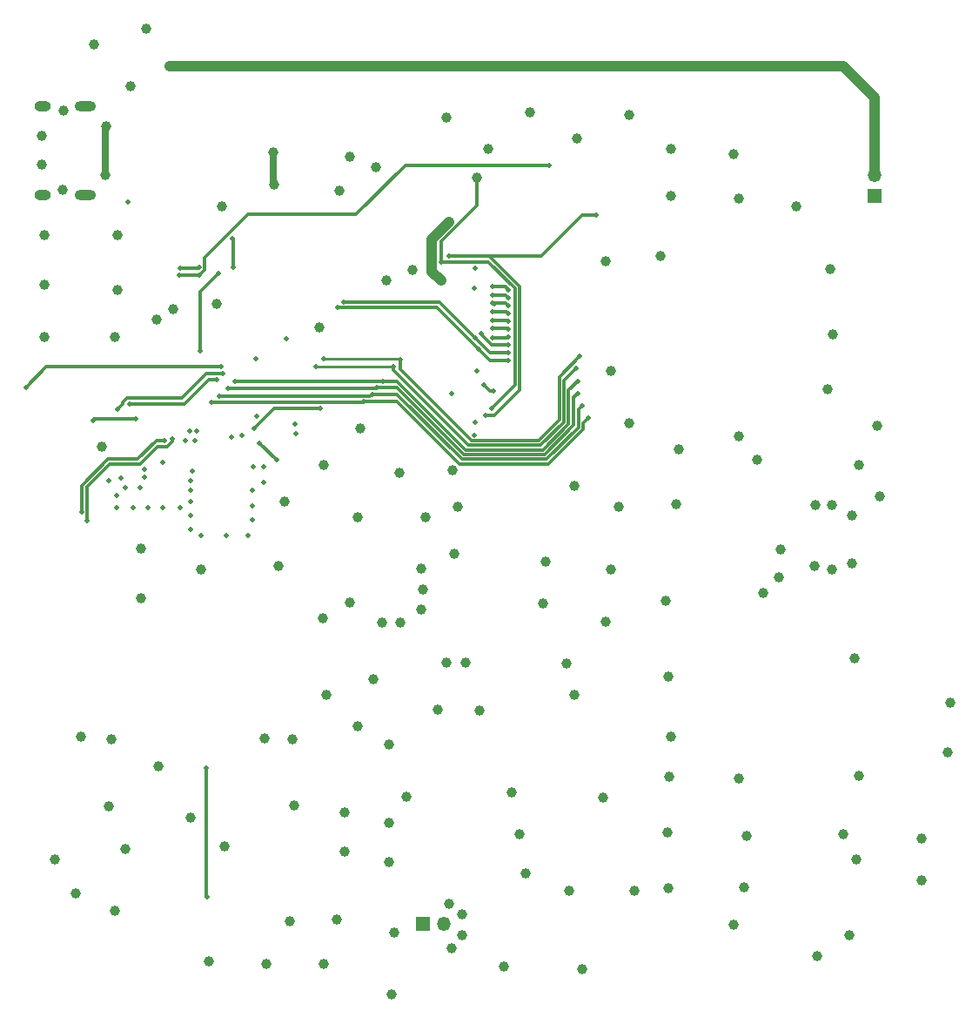
<source format=gbl>
G04 #@! TF.GenerationSoftware,KiCad,Pcbnew,(5.1.12)-1*
G04 #@! TF.CreationDate,2021-12-30T17:29:10+01:00*
G04 #@! TF.ProjectId,GameGirl,47616d65-4769-4726-9c2e-6b696361645f,rev?*
G04 #@! TF.SameCoordinates,Original*
G04 #@! TF.FileFunction,Copper,L4,Bot*
G04 #@! TF.FilePolarity,Positive*
%FSLAX46Y46*%
G04 Gerber Fmt 4.6, Leading zero omitted, Abs format (unit mm)*
G04 Created by KiCad (PCBNEW (5.1.12)-1) date 2021-12-30 17:29:10*
%MOMM*%
%LPD*%
G01*
G04 APERTURE LIST*
G04 #@! TA.AperFunction,ComponentPad*
%ADD10O,1.350000X1.350000*%
G04 #@! TD*
G04 #@! TA.AperFunction,ComponentPad*
%ADD11R,1.350000X1.350000*%
G04 #@! TD*
G04 #@! TA.AperFunction,ComponentPad*
%ADD12O,1.600000X1.000000*%
G04 #@! TD*
G04 #@! TA.AperFunction,ComponentPad*
%ADD13O,2.100000X1.000000*%
G04 #@! TD*
G04 #@! TA.AperFunction,ViaPad*
%ADD14C,1.000000*%
G04 #@! TD*
G04 #@! TA.AperFunction,ViaPad*
%ADD15C,0.500000*%
G04 #@! TD*
G04 #@! TA.AperFunction,Conductor*
%ADD16C,0.300000*%
G04 #@! TD*
G04 #@! TA.AperFunction,Conductor*
%ADD17C,0.700000*%
G04 #@! TD*
G04 #@! TA.AperFunction,Conductor*
%ADD18C,1.000000*%
G04 #@! TD*
G04 #@! TA.AperFunction,Conductor*
%ADD19C,0.250000*%
G04 #@! TD*
G04 APERTURE END LIST*
D10*
X114300000Y-48000000D03*
D11*
X114300000Y-50000000D03*
D10*
X72370000Y-120760000D03*
D11*
X70370000Y-120760000D03*
D12*
X33325000Y-49920000D03*
X33325000Y-41280000D03*
D13*
X37505000Y-49920000D03*
X37505000Y-41280000D03*
D14*
X88646000Y-67056000D03*
D15*
X47900000Y-76750000D03*
X47700000Y-77700000D03*
X47700000Y-78650000D03*
X47700000Y-79750000D03*
X46700000Y-80300000D03*
X47700000Y-81100000D03*
X45000000Y-80300000D03*
X43600000Y-80300000D03*
X42150000Y-80300000D03*
X40550000Y-80300000D03*
X40550000Y-79100000D03*
X41400000Y-78400000D03*
X42850000Y-78400000D03*
X43250000Y-77350000D03*
X43250000Y-76550000D03*
X44978762Y-75878762D03*
X47700000Y-82400000D03*
X48750000Y-83000000D03*
X51200000Y-83000000D03*
X53300000Y-83000000D03*
X53750000Y-81500000D03*
X53750000Y-80150000D03*
X53750000Y-78600000D03*
X54850000Y-77900000D03*
X54850000Y-76350000D03*
X53850000Y-76300000D03*
X47190000Y-73820000D03*
X48130000Y-73830000D03*
X41650000Y-50600000D03*
D14*
X35250000Y-49450000D03*
X35350000Y-41700000D03*
X102870000Y-75692000D03*
X105150000Y-84400000D03*
X63200000Y-89550000D03*
X46000000Y-61000000D03*
X112350000Y-95000000D03*
X39750000Y-109350000D03*
X44550000Y-105500000D03*
X111200000Y-112100000D03*
X112750000Y-106400000D03*
X57800000Y-109250000D03*
X54950000Y-102750000D03*
X85050000Y-98500000D03*
X74500000Y-95400000D03*
D15*
X51721105Y-73471105D03*
X39750000Y-77650000D03*
X48300000Y-72850000D03*
X47600000Y-72850000D03*
D14*
X67250000Y-127650000D03*
X60250000Y-62750000D03*
D15*
X54050000Y-65850000D03*
X57950000Y-73150000D03*
D14*
X50250000Y-60500000D03*
X73750000Y-80200000D03*
D15*
X75350000Y-73250000D03*
X75550000Y-67000000D03*
X73150000Y-69250000D03*
X75400000Y-57000000D03*
D14*
X56300000Y-86000000D03*
X66800000Y-58200000D03*
X33528000Y-53848000D03*
X40640000Y-53848000D03*
X40640000Y-59182000D03*
X33528000Y-58674000D03*
X33528000Y-63754000D03*
X40386000Y-63754000D03*
X90424000Y-72136000D03*
X85090000Y-78232000D03*
X89408000Y-80264000D03*
X94996000Y-80010000D03*
X95250000Y-74676000D03*
X101092000Y-73406000D03*
X82296000Y-85598000D03*
X82042000Y-89662000D03*
X88138000Y-91440000D03*
X88646000Y-86360000D03*
X93980000Y-89408000D03*
X94234000Y-96774000D03*
X94488000Y-102616000D03*
X94234000Y-117348000D03*
X90932000Y-117602000D03*
X112776000Y-76200000D03*
X114554000Y-72390000D03*
X114808000Y-79248000D03*
X42926000Y-84328000D03*
X42926000Y-89154000D03*
X48768000Y-86360000D03*
X56896000Y-79756000D03*
X60706000Y-76200000D03*
X64262000Y-72644000D03*
X64008000Y-81280000D03*
X68072000Y-76962000D03*
X70612000Y-81280000D03*
X73406000Y-84836000D03*
X62738000Y-109982000D03*
X62738000Y-113792000D03*
X67056000Y-110998000D03*
X67056000Y-114808000D03*
X61976000Y-120396000D03*
X60706000Y-124714000D03*
X55118000Y-124714000D03*
X49530000Y-124460000D03*
X36576000Y-117856000D03*
X34544000Y-114554000D03*
X41402000Y-113538000D03*
X47752000Y-110490000D03*
X51054000Y-113284000D03*
X37084000Y-102616000D03*
X60960000Y-98552000D03*
X64008000Y-101600000D03*
X67056000Y-103378000D03*
X65532000Y-97028000D03*
X121412000Y-104140000D03*
X121666000Y-99314000D03*
X118872000Y-112522000D03*
X118872000Y-116586000D03*
X100584000Y-120904000D03*
X101854000Y-112268000D03*
X112522000Y-114554000D03*
X50800000Y-51054000D03*
X62230000Y-49530000D03*
X63246000Y-46228000D03*
X65786000Y-47244000D03*
X41910000Y-39370000D03*
X33274000Y-44196000D03*
X33274000Y-46990000D03*
X38354000Y-35306000D03*
X43434000Y-33782000D03*
X88138000Y-56388000D03*
X93472000Y-55880000D03*
X94488000Y-50038000D03*
X94488000Y-45466000D03*
X100584000Y-45974000D03*
X101092000Y-50292000D03*
X106680000Y-51054000D03*
X109982000Y-57150000D03*
X110236000Y-63500000D03*
X109728000Y-68834000D03*
X76708000Y-45466000D03*
X72644000Y-42418000D03*
X80772000Y-41910000D03*
X90424000Y-42164000D03*
X85344000Y-44450000D03*
X74168000Y-119888000D03*
X108712000Y-123952000D03*
X84582000Y-117602000D03*
X68750000Y-108410000D03*
X80350000Y-115890000D03*
X79740000Y-112060000D03*
X94100000Y-111910000D03*
X94320000Y-106450000D03*
X101080000Y-106640000D03*
X74168000Y-121920000D03*
X73152000Y-123190000D03*
X72898000Y-118872000D03*
X67564000Y-121666000D03*
X78232000Y-124968000D03*
X85852000Y-125222000D03*
D15*
X45950000Y-73650000D03*
X37650000Y-81600000D03*
X45200000Y-73800000D03*
X37100000Y-80750000D03*
D14*
X44450000Y-62000000D03*
D15*
X57900000Y-72200000D03*
D14*
X70150000Y-86250000D03*
X70350000Y-88250000D03*
X70150000Y-90250000D03*
X68150000Y-91450000D03*
X66350000Y-91450000D03*
X60600000Y-91050000D03*
X71800000Y-99950000D03*
X75850000Y-100050000D03*
X72650000Y-95400000D03*
X84300000Y-95450000D03*
D15*
X40950000Y-77450000D03*
D14*
X39100000Y-74400000D03*
D15*
X52685014Y-73285014D03*
X57000000Y-63900000D03*
X54150000Y-71450000D03*
D14*
X104950000Y-87050000D03*
X103450000Y-88600000D03*
X110150000Y-86350000D03*
X110150000Y-80050000D03*
X112050000Y-81050000D03*
X112050000Y-85750000D03*
X108400000Y-86000000D03*
X108550000Y-80050000D03*
X57600000Y-102800000D03*
X40000000Y-102850000D03*
X40350000Y-119550000D03*
X57400000Y-120500000D03*
X87814000Y-108472000D03*
X111850000Y-121850000D03*
X101550000Y-117200000D03*
X73250000Y-76700000D03*
D15*
X75450000Y-72050000D03*
X75350000Y-58950000D03*
D14*
X69300000Y-57200000D03*
X78970000Y-108000000D03*
D15*
X42350000Y-71700000D03*
X38200000Y-71850001D03*
X41800000Y-70200000D03*
X50250000Y-67829366D03*
X50700000Y-66600000D03*
X31700000Y-68600000D03*
X50888746Y-67279366D03*
X40600000Y-70750000D03*
X49250000Y-105650000D03*
X49350000Y-118150000D03*
D14*
X39400000Y-48000000D03*
X39500000Y-43200000D03*
X72850000Y-52550000D03*
X72100000Y-58250000D03*
D15*
X77100001Y-58850000D03*
X78667881Y-59132109D03*
X77100001Y-59650000D03*
X78650011Y-59944000D03*
X77100000Y-60430000D03*
X78650011Y-60706000D03*
X77100001Y-61260000D03*
X78650011Y-61468000D03*
X77096391Y-62076229D03*
X78650011Y-62230000D03*
X53946379Y-72608871D03*
X60300000Y-70700000D03*
X77100001Y-62857657D03*
X78650011Y-62992000D03*
X77100001Y-63800000D03*
X78650011Y-63754000D03*
X54450000Y-74050000D03*
X56100000Y-75700000D03*
X75994452Y-63416646D03*
X78650011Y-64516000D03*
X62600000Y-60300000D03*
X75400000Y-63800000D03*
X78650011Y-65278000D03*
X62000000Y-60850000D03*
X75711091Y-64888909D03*
X78650011Y-66040000D03*
X60650000Y-65850000D03*
X68151409Y-65926409D03*
X85600000Y-65600000D03*
X59911091Y-66611091D03*
X67476409Y-66601409D03*
X85188909Y-66788909D03*
X52025000Y-68050000D03*
X66400000Y-68000000D03*
X85400000Y-68000000D03*
X51325000Y-68725000D03*
X65800000Y-68600000D03*
X85400000Y-69200000D03*
X50550000Y-69475000D03*
X65399430Y-69275000D03*
X85800000Y-70400000D03*
X49750000Y-70050000D03*
X64600000Y-70025000D03*
X86400000Y-71600000D03*
X46700000Y-57000000D03*
X48550000Y-56950000D03*
X77213909Y-68963909D03*
X76250000Y-68350000D03*
X46650000Y-57750000D03*
X48550000Y-57750000D03*
X82600000Y-47000000D03*
X48650000Y-65100000D03*
X50438909Y-57538909D03*
X72100000Y-56399999D03*
X77005500Y-70698800D03*
D14*
X75600000Y-48200000D03*
D15*
X72850000Y-55849999D03*
X87150000Y-51900000D03*
X76410000Y-71300000D03*
D14*
X45650000Y-37350000D03*
D15*
X51850000Y-56949999D03*
X51800000Y-54150000D03*
D14*
X55800000Y-45800000D03*
X55850000Y-48900000D03*
D16*
X45950000Y-73864002D02*
X45464002Y-74350000D01*
X45950000Y-73650000D02*
X45950000Y-73864002D01*
X44486410Y-74350000D02*
X42786400Y-76050010D01*
X45464002Y-74350000D02*
X44486410Y-74350000D01*
X42786400Y-76050010D02*
X39886400Y-76050010D01*
X37650000Y-78286410D02*
X37650000Y-81600000D01*
X39886400Y-76050010D02*
X37650000Y-78286410D01*
X45200000Y-73800000D02*
X44400000Y-73800000D01*
X44400000Y-73800000D02*
X42600000Y-75600000D01*
X42600000Y-75600000D02*
X39700000Y-75600000D01*
X37100000Y-78200000D02*
X37100000Y-80750000D01*
X39700000Y-75600000D02*
X37100000Y-78200000D01*
X38350001Y-71700000D02*
X38200000Y-71850001D01*
X42350000Y-71700000D02*
X38350001Y-71700000D01*
X47150000Y-70200000D02*
X41800000Y-70200000D01*
X49500000Y-67850000D02*
X47150000Y-70200000D01*
X50229366Y-67850000D02*
X50250000Y-67829366D01*
X49500000Y-67850000D02*
X50229366Y-67850000D01*
X50700000Y-66600000D02*
X49313590Y-66600000D01*
X33700000Y-66600000D02*
X31700000Y-68600000D01*
X49313590Y-66600000D02*
X33700000Y-66600000D01*
X50888746Y-67279366D02*
X49402419Y-67279366D01*
X49402419Y-67279366D02*
X49270634Y-67279366D01*
X49270634Y-67279366D02*
X46900000Y-69650000D01*
X41535999Y-69649999D02*
X41100000Y-70085998D01*
X46900000Y-69650000D02*
X41535999Y-69649999D01*
X41100000Y-70250000D02*
X40600000Y-70750000D01*
X41100000Y-70085998D02*
X41100000Y-70250000D01*
X49250000Y-118050000D02*
X49350000Y-118150000D01*
X49250000Y-105650000D02*
X49250000Y-118050000D01*
D17*
X39400000Y-43300000D02*
X39500000Y-43200000D01*
X39400000Y-48000000D02*
X39400000Y-43300000D01*
D18*
X71199999Y-57349999D02*
X72100000Y-58250000D01*
X71199999Y-54200001D02*
X71199999Y-57349999D01*
X72850000Y-52550000D02*
X71199999Y-54200001D01*
D16*
X78385772Y-58850000D02*
X78667881Y-59132109D01*
X77100001Y-58850000D02*
X78385772Y-58850000D01*
X78356011Y-59650000D02*
X78650011Y-59944000D01*
X77100001Y-59650000D02*
X78356011Y-59650000D01*
X77100000Y-60430000D02*
X77270003Y-60600003D01*
X78374011Y-60430000D02*
X78650011Y-60706000D01*
X77100000Y-60430000D02*
X78374011Y-60430000D01*
X78442011Y-61260000D02*
X78650011Y-61468000D01*
X77100001Y-61260000D02*
X78442011Y-61260000D01*
X78496240Y-62076229D02*
X78650011Y-62230000D01*
X77096391Y-62076229D02*
X78496240Y-62076229D01*
X55855250Y-70700000D02*
X60300000Y-70700000D01*
X53946379Y-72608871D02*
X55855250Y-70700000D01*
X78515668Y-62857657D02*
X78650011Y-62992000D01*
X77100001Y-62857657D02*
X78515668Y-62857657D01*
X78604011Y-63800000D02*
X78650011Y-63754000D01*
X77100001Y-63800000D02*
X78604011Y-63800000D01*
X54450000Y-74050000D02*
X56100000Y-75700000D01*
X77001999Y-64516000D02*
X78650011Y-64516000D01*
X75994452Y-63508453D02*
X77001999Y-64516000D01*
X75994452Y-63416646D02*
X75994452Y-63508453D01*
X71900000Y-60300000D02*
X75400000Y-63800000D01*
X62600000Y-60300000D02*
X71900000Y-60300000D01*
X75400000Y-63800000D02*
X76200000Y-64600000D01*
X76878000Y-65278000D02*
X78650011Y-65278000D01*
X76200000Y-64600000D02*
X76878000Y-65278000D01*
X62000000Y-60850000D02*
X71600000Y-60850000D01*
X71672182Y-60850000D02*
X75711091Y-64888909D01*
X71600000Y-60850000D02*
X71672182Y-60850000D01*
X76862182Y-66040000D02*
X78650011Y-66040000D01*
X75711091Y-64888909D02*
X76862182Y-66040000D01*
D19*
X68075000Y-65850000D02*
X68151409Y-65926409D01*
X60650000Y-65850000D02*
X68075000Y-65850000D01*
D16*
X75085999Y-73800001D02*
X81599999Y-73800001D01*
X68151409Y-66865411D02*
X75085999Y-73800001D01*
X68151409Y-65926409D02*
X68151409Y-66865411D01*
X81599999Y-73800001D02*
X83600000Y-71800000D01*
X83600000Y-67600000D02*
X85600000Y-65600000D01*
X83600000Y-71800000D02*
X83600000Y-67600000D01*
D19*
X67466727Y-66611091D02*
X67476409Y-66601409D01*
X59911091Y-66611091D02*
X67466727Y-66611091D01*
D16*
X81786400Y-74250010D02*
X84050010Y-71986400D01*
X74771458Y-74250011D02*
X81786400Y-74250010D01*
X67476409Y-66954962D02*
X74771458Y-74250011D01*
X67476409Y-66601409D02*
X67476409Y-66954962D01*
X84050010Y-67927808D02*
X85188909Y-66788909D01*
X84050010Y-71986400D02*
X84050010Y-67927808D01*
X66350000Y-68050000D02*
X66400000Y-68000000D01*
X52025000Y-68050000D02*
X66350000Y-68050000D01*
X66400000Y-68000000D02*
X67800000Y-68000000D01*
X81972801Y-74700019D02*
X84500020Y-72172800D01*
X74500019Y-74700019D02*
X81972801Y-74700019D01*
X67800000Y-68000000D02*
X74500019Y-74700019D01*
X84500020Y-68899980D02*
X85400000Y-68000000D01*
X84500020Y-72172800D02*
X84500020Y-68899980D01*
X65675000Y-68725000D02*
X65800000Y-68600000D01*
X51325000Y-68725000D02*
X65675000Y-68725000D01*
X65800000Y-68600000D02*
X67763590Y-68600000D01*
X74313619Y-75150029D02*
X82159202Y-75150028D01*
X67763590Y-68600000D02*
X74313619Y-75150029D01*
X82159202Y-75150028D02*
X85000000Y-72309230D01*
X85000000Y-69600000D02*
X85400000Y-69200000D01*
X85000000Y-72309230D02*
X85000000Y-69600000D01*
X65199430Y-69475000D02*
X65399430Y-69275000D01*
X50550000Y-69475000D02*
X65199430Y-69475000D01*
X65399430Y-69275000D02*
X67802180Y-69275000D01*
X67802180Y-69275000D02*
X74127220Y-75600038D01*
X82345603Y-75600037D02*
X85450010Y-72495630D01*
X74127220Y-75600038D02*
X82345603Y-75600037D01*
X85450010Y-70749990D02*
X85800000Y-70400000D01*
X85450010Y-72495630D02*
X85450010Y-70749990D01*
X64575000Y-70050000D02*
X64600000Y-70025000D01*
X49750000Y-70050000D02*
X64575000Y-70050000D01*
X64600000Y-70025000D02*
X67825000Y-70025000D01*
X67825000Y-70025000D02*
X73850048Y-76050046D01*
X73850048Y-76050046D02*
X82532004Y-76050046D01*
X82532004Y-76050046D02*
X85900020Y-72682030D01*
X85900020Y-72099980D02*
X86400000Y-71600000D01*
X85900020Y-72682030D02*
X85900020Y-72099980D01*
X48500000Y-57000000D02*
X48550000Y-56950000D01*
X46700000Y-57000000D02*
X48500000Y-57000000D01*
X76863909Y-68963909D02*
X76250000Y-68350000D01*
X77213909Y-68963909D02*
X76863909Y-68963909D01*
X46650000Y-57750000D02*
X48550000Y-57750000D01*
X49100001Y-56035997D02*
X53335998Y-51800000D01*
X49100001Y-57199999D02*
X49100001Y-56035997D01*
X48550000Y-57750000D02*
X49100001Y-57199999D01*
X53335998Y-51800000D02*
X63800000Y-51800000D01*
X68600000Y-47000000D02*
X82600000Y-47000000D01*
X63800000Y-51800000D02*
X68600000Y-47000000D01*
X48650000Y-59327818D02*
X50438909Y-57538909D01*
X48650000Y-65100000D02*
X48650000Y-59327818D01*
X72100000Y-56399999D02*
X76713589Y-56399999D01*
X76713589Y-56399999D02*
X79299990Y-58986400D01*
X79299990Y-68404310D02*
X77005500Y-70698800D01*
X79299990Y-58986400D02*
X79299990Y-68404310D01*
X75600000Y-50931384D02*
X75600000Y-48200000D01*
X72100000Y-54431384D02*
X75600000Y-50931384D01*
X72100000Y-56399999D02*
X72100000Y-54431384D01*
X76799999Y-55849999D02*
X79750000Y-58800000D01*
X79750000Y-58800000D02*
X79750000Y-68850000D01*
X76550001Y-55849999D02*
X81850001Y-55849999D01*
X72850000Y-55849999D02*
X76550001Y-55849999D01*
X76550001Y-55849999D02*
X76799999Y-55849999D01*
X85800000Y-51900000D02*
X87150000Y-51900000D01*
X81850001Y-55849999D02*
X85800000Y-51900000D01*
X77300000Y-71300000D02*
X76410000Y-71300000D01*
X79750000Y-68850000D02*
X77300000Y-71300000D01*
D18*
X114300000Y-48000000D02*
X114300000Y-40400000D01*
X114300000Y-40400000D02*
X111250000Y-37350000D01*
X111250000Y-37350000D02*
X45650000Y-37350000D01*
D16*
X51850000Y-54200000D02*
X51800000Y-54150000D01*
X51850000Y-56949999D02*
X51850000Y-54200000D01*
D17*
X55800000Y-48850000D02*
X55850000Y-48900000D01*
X55800000Y-45800000D02*
X55800000Y-48850000D01*
M02*

</source>
